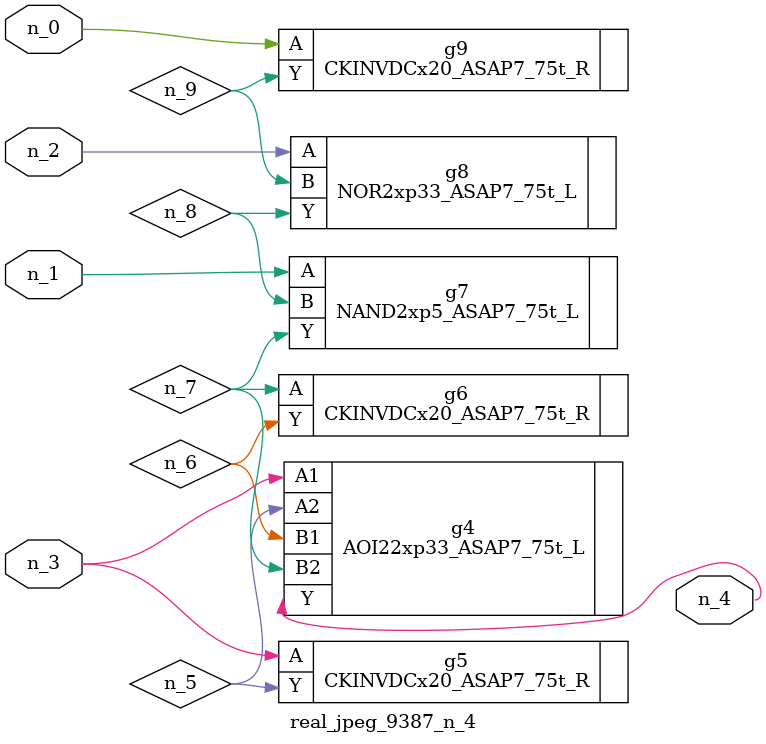
<source format=v>
module real_jpeg_9387_n_4 (n_3, n_1, n_0, n_2, n_4);

input n_3;
input n_1;
input n_0;
input n_2;

output n_4;

wire n_5;
wire n_8;
wire n_6;
wire n_7;
wire n_9;

CKINVDCx20_ASAP7_75t_R g9 ( 
.A(n_0),
.Y(n_9)
);

NAND2xp5_ASAP7_75t_L g7 ( 
.A(n_1),
.B(n_8),
.Y(n_7)
);

NOR2xp33_ASAP7_75t_L g8 ( 
.A(n_2),
.B(n_9),
.Y(n_8)
);

AOI22xp33_ASAP7_75t_L g4 ( 
.A1(n_3),
.A2(n_5),
.B1(n_6),
.B2(n_7),
.Y(n_4)
);

CKINVDCx20_ASAP7_75t_R g5 ( 
.A(n_3),
.Y(n_5)
);

CKINVDCx20_ASAP7_75t_R g6 ( 
.A(n_7),
.Y(n_6)
);


endmodule
</source>
